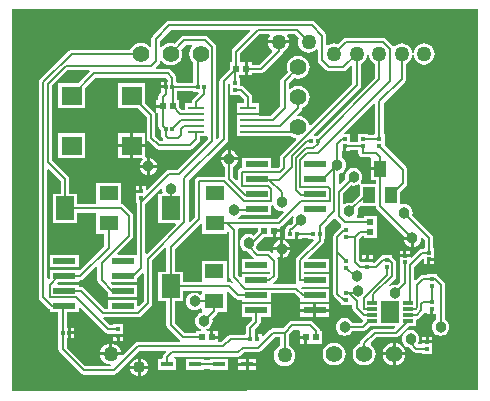
<source format=gtl>
G04 Layer_Physical_Order=1*
G04 Layer_Color=255*
%FSLAX24Y24*%
%MOIN*%
G70*
G01*
G75*
%ADD10R,0.0409X0.0181*%
%ADD11R,0.0213X0.0236*%
%ADD12R,0.0142X0.0134*%
%ADD13R,0.0134X0.0142*%
%ADD14R,0.0780X0.0210*%
%ADD15R,0.0394X0.0551*%
%ADD16R,0.0630X0.0787*%
%ADD17R,0.0630X0.0512*%
%ADD18R,0.0630X0.0740*%
%ADD19R,0.0320X0.0120*%
%ADD20R,0.0236X0.0213*%
%ADD21R,0.0520X0.0110*%
%ADD22R,0.0708X0.0629*%
%ADD23C,0.0080*%
%ADD24C,0.0500*%
%ADD25C,0.0550*%
%ADD26C,0.0380*%
%ADD27C,0.0400*%
G36*
X0Y50D02*
X-15515Y0D01*
X-15550Y35D01*
Y12750D01*
X0D01*
Y50D01*
D02*
G37*
%LPC*%
G36*
X-7750Y1091D02*
X-8005D01*
Y950D01*
X-7750D01*
Y1091D01*
D02*
G37*
G36*
X-8332D02*
X-8942D01*
Y1043D01*
X-9127D01*
Y1091D01*
X-9736D01*
Y709D01*
X-9127D01*
Y757D01*
X-8942D01*
Y709D01*
X-8332D01*
Y1091D01*
D02*
G37*
G36*
X-7395D02*
X-7650D01*
Y950D01*
X-7395D01*
Y1091D01*
D02*
G37*
G36*
X-4800Y1628D02*
X-4898Y1615D01*
X-4989Y1578D01*
X-5067Y1517D01*
X-5128Y1439D01*
X-5165Y1348D01*
X-5178Y1250D01*
X-5165Y1152D01*
X-5128Y1061D01*
X-5067Y983D01*
X-4989Y922D01*
X-4898Y885D01*
X-4800Y872D01*
X-4702Y885D01*
X-4611Y922D01*
X-4533Y983D01*
X-4472Y1061D01*
X-4435Y1152D01*
X-4422Y1250D01*
X-4435Y1348D01*
X-4472Y1439D01*
X-4533Y1517D01*
X-4611Y1578D01*
X-4702Y1615D01*
X-4800Y1628D01*
D02*
G37*
G36*
X-2850Y1200D02*
X-3172D01*
X-3165Y1152D01*
X-3128Y1061D01*
X-3067Y983D01*
X-2989Y922D01*
X-2898Y885D01*
X-2850Y878D01*
Y1200D01*
D02*
G37*
G36*
X-2428D02*
X-2750D01*
Y878D01*
X-2702Y885D01*
X-2611Y922D01*
X-2533Y983D01*
X-2472Y1061D01*
X-2435Y1152D01*
X-2428Y1200D01*
D02*
G37*
G36*
X-1529Y1817D02*
X-1650D01*
Y1700D01*
X-1529D01*
Y1817D01*
D02*
G37*
G36*
X-2850Y1622D02*
X-2898Y1615D01*
X-2989Y1578D01*
X-3067Y1517D01*
X-3128Y1439D01*
X-3165Y1348D01*
X-3172Y1300D01*
X-2850D01*
Y1622D01*
D02*
G37*
G36*
X-5789Y1750D02*
X-5945D01*
Y1582D01*
X-5789D01*
Y1750D01*
D02*
G37*
G36*
X-2750Y1622D02*
Y1300D01*
X-2428D01*
X-2435Y1348D01*
X-2472Y1439D01*
X-2533Y1517D01*
X-2611Y1578D01*
X-2702Y1615D01*
X-2750Y1622D01*
D02*
G37*
G36*
X-2250Y2042D02*
X-2326Y2033D01*
X-2396Y2003D01*
X-2457Y1957D01*
X-2503Y1896D01*
X-2533Y1826D01*
X-2542Y1750D01*
X-2533Y1674D01*
X-2503Y1604D01*
X-2457Y1543D01*
X-2396Y1497D01*
X-2326Y1467D01*
X-2318Y1467D01*
X-2180Y1329D01*
X-2180Y1329D01*
X-2134Y1298D01*
X-2080Y1287D01*
X-2080Y1287D01*
X-1871D01*
Y1263D01*
X-1529D01*
Y1483D01*
Y1600D01*
X-1700D01*
X-1871D01*
Y1572D01*
X-1958D01*
X-1967Y1579D01*
X-1989Y1622D01*
X-1967Y1674D01*
X-1957Y1750D01*
X-1967Y1826D01*
X-1997Y1896D01*
X-2043Y1957D01*
X-2104Y2003D01*
X-2174Y2033D01*
X-2250Y2042D01*
D02*
G37*
G36*
X-1472Y4350D02*
X-1593D01*
Y4233D01*
X-1472D01*
Y4350D01*
D02*
G37*
G36*
X-1750Y1817D02*
X-1871D01*
Y1700D01*
X-1750D01*
Y1817D01*
D02*
G37*
G36*
X-11250Y1096D02*
Y850D01*
X-11004D01*
X-11008Y878D01*
X-11038Y951D01*
X-11086Y1014D01*
X-11149Y1062D01*
X-11222Y1092D01*
X-11250Y1096D01*
D02*
G37*
G36*
X-4963Y2905D02*
X-5403D01*
Y2750D01*
X-4963D01*
Y2905D01*
D02*
G37*
G36*
X-11350Y750D02*
X-11596D01*
X-11592Y722D01*
X-11562Y649D01*
X-11514Y586D01*
X-11451Y538D01*
X-11378Y508D01*
X-11350Y504D01*
Y750D01*
D02*
G37*
G36*
X-5503Y2650D02*
X-5943D01*
Y2495D01*
X-5503D01*
Y2650D01*
D02*
G37*
G36*
X-4963D02*
X-5403D01*
Y2495D01*
X-4963D01*
Y2650D01*
D02*
G37*
G36*
X-5503Y2905D02*
X-5943D01*
Y2750D01*
X-5503D01*
Y2905D01*
D02*
G37*
G36*
X-8668Y2018D02*
X-8824D01*
Y1850D01*
X-8668D01*
Y2018D01*
D02*
G37*
G36*
X-7395Y850D02*
X-7650D01*
Y709D01*
X-7395D01*
Y850D01*
D02*
G37*
G36*
X-11350Y1096D02*
X-11378Y1092D01*
X-11451Y1062D01*
X-11514Y1014D01*
X-11562Y951D01*
X-11592Y878D01*
X-11596Y850D01*
X-11350D01*
Y1096D01*
D02*
G37*
G36*
X-7750Y850D02*
X-8005D01*
Y709D01*
X-7750D01*
Y850D01*
D02*
G37*
G36*
X-5550Y12343D02*
X-5550Y12343D01*
X-10300D01*
X-10300Y12343D01*
X-10355Y12332D01*
X-10401Y12301D01*
X-10401Y12301D01*
X-10851Y11851D01*
X-10882Y11805D01*
X-10893Y11750D01*
X-10893Y11750D01*
Y11483D01*
X-10943Y11466D01*
X-10983Y11517D01*
X-11061Y11578D01*
X-11152Y11615D01*
X-11250Y11628D01*
X-11348Y11615D01*
X-11439Y11578D01*
X-11517Y11517D01*
X-11578Y11439D01*
X-11597Y11393D01*
X-13550D01*
X-13550Y11393D01*
X-13605Y11382D01*
X-13651Y11351D01*
X-13651Y11351D01*
X-14601Y10401D01*
X-14632Y10355D01*
X-14643Y10300D01*
X-14643Y10300D01*
Y3150D01*
X-14643Y3150D01*
X-14632Y3095D01*
X-14601Y3049D01*
X-14301Y2749D01*
X-14301Y2749D01*
X-14283Y2737D01*
Y2645D01*
X-13993D01*
Y2121D01*
X-14017D01*
Y1779D01*
X-13993D01*
Y1400D01*
X-13993Y1400D01*
X-13982Y1345D01*
X-13951Y1299D01*
X-13251Y599D01*
X-13251Y599D01*
X-13205Y568D01*
X-13150Y557D01*
X-12150D01*
X-12150Y557D01*
X-12095Y568D01*
X-12049Y599D01*
X-11291Y1357D01*
X-10410D01*
X-10391Y1311D01*
X-10469Y1232D01*
X-10500Y1186D01*
X-10511Y1132D01*
X-10539Y1091D01*
X-10673D01*
Y709D01*
X-10064D01*
Y1091D01*
X-10104D01*
X-10129Y1141D01*
X-10117Y1157D01*
X-8000D01*
X-8000Y1157D01*
X-7945Y1168D01*
X-7899Y1199D01*
X-7791Y1307D01*
X-7349D01*
X-7349Y1307D01*
X-7294Y1318D01*
X-7248Y1349D01*
X-6780Y1817D01*
X-6593D01*
Y1520D01*
X-6627Y1506D01*
X-6700Y1450D01*
X-6756Y1377D01*
X-6791Y1291D01*
X-6803Y1200D01*
X-6791Y1109D01*
X-6756Y1023D01*
X-6700Y950D01*
X-6627Y894D01*
X-6541Y859D01*
X-6450Y847D01*
X-6359Y859D01*
X-6273Y894D01*
X-6200Y950D01*
X-6144Y1023D01*
X-6109Y1109D01*
X-6097Y1200D01*
X-6109Y1291D01*
X-6144Y1377D01*
X-6200Y1450D01*
X-6273Y1506D01*
X-6307Y1520D01*
Y1900D01*
X-6150Y2057D01*
X-5971D01*
X-5945Y2018D01*
Y1850D01*
X-5739D01*
Y1800D01*
X-5689D01*
Y1582D01*
X-5194D01*
Y2018D01*
X-5261D01*
X-5268Y2055D01*
X-5299Y2101D01*
X-5299Y2101D01*
X-5499Y2301D01*
X-5545Y2332D01*
X-5600Y2343D01*
X-5600Y2343D01*
X-6210D01*
X-6210Y2343D01*
X-6264Y2332D01*
X-6310Y2301D01*
X-6310Y2301D01*
X-6509Y2102D01*
X-6839D01*
X-6839Y2102D01*
X-6894Y2091D01*
X-6940Y2060D01*
X-6940Y2060D01*
X-7160Y1841D01*
X-7206Y1860D01*
Y1921D01*
X-7323D01*
Y1750D01*
X-7423D01*
Y1921D01*
X-7451D01*
Y2061D01*
X-7292Y2219D01*
X-7292Y2219D01*
X-7261Y2265D01*
X-7251Y2320D01*
X-7251Y2320D01*
Y2495D01*
X-6903D01*
Y2905D01*
X-7883D01*
Y2495D01*
X-7536D01*
Y2379D01*
X-7694Y2221D01*
X-7725Y2175D01*
X-7736Y2120D01*
X-7736Y2120D01*
Y1921D01*
X-7760D01*
Y1893D01*
X-8250D01*
X-8305Y1882D01*
X-8351Y1851D01*
X-8351Y1851D01*
X-8559Y1643D01*
X-8668D01*
Y1750D01*
X-8874D01*
Y1800D01*
X-8924D01*
Y2018D01*
X-9046D01*
X-9056Y2068D01*
X-8999Y2092D01*
X-8938Y2138D01*
X-8892Y2199D01*
X-8862Y2269D01*
X-8852Y2345D01*
X-8862Y2421D01*
X-8864Y2424D01*
X-8692Y2596D01*
X-8692Y2596D01*
X-8661Y2642D01*
X-8661Y2644D01*
X-8378D01*
Y3306D01*
X-8328Y3326D01*
X-8101Y3099D01*
X-8101Y3099D01*
X-8055Y3068D01*
X-8000Y3057D01*
X-8000Y3057D01*
X-7883D01*
Y2995D01*
X-6903D01*
Y3287D01*
X-6142D01*
X-5954Y3099D01*
X-5954Y3099D01*
X-5943Y3092D01*
Y2995D01*
X-4963D01*
Y3405D01*
X-5856D01*
X-5896Y3445D01*
X-5876Y3495D01*
X-4963D01*
Y3905D01*
X-5801D01*
Y3995D01*
X-4963D01*
Y4405D01*
X-5637D01*
X-5656Y4451D01*
X-5179Y4929D01*
X-5179Y4929D01*
X-5148Y4975D01*
X-5137Y5030D01*
X-5137Y5030D01*
Y5079D01*
X-5113D01*
Y5421D01*
X-5113D01*
X-5117Y5471D01*
X-4822Y5766D01*
X-4758Y5760D01*
X-4751Y5749D01*
X-4582Y5580D01*
X-4564Y5537D01*
X-4564Y5537D01*
Y5483D01*
X-4581Y5471D01*
X-4581Y5471D01*
X-4791Y5261D01*
X-4822Y5215D01*
X-4833Y5160D01*
X-4833Y5160D01*
Y4657D01*
X-4834Y4648D01*
X-4833Y4640D01*
Y3260D01*
X-4833Y3260D01*
X-4822Y3205D01*
X-4791Y3159D01*
X-4581Y2949D01*
X-4581Y2949D01*
X-4564Y2938D01*
Y2883D01*
X-4222D01*
X-4193Y2845D01*
Y2780D01*
X-4193Y2780D01*
X-4182Y2725D01*
X-4151Y2679D01*
X-3921Y2449D01*
X-3921Y2449D01*
X-3875Y2418D01*
X-3858Y2415D01*
X-3841Y2361D01*
X-3909Y2293D01*
X-4195D01*
X-4197Y2296D01*
X-4243Y2357D01*
X-4304Y2403D01*
X-4374Y2433D01*
X-4450Y2442D01*
X-4526Y2433D01*
X-4596Y2403D01*
X-4657Y2357D01*
X-4703Y2296D01*
X-4733Y2226D01*
X-4742Y2150D01*
X-4733Y2074D01*
X-4703Y2004D01*
X-4657Y1943D01*
X-4596Y1897D01*
X-4526Y1867D01*
X-4450Y1857D01*
X-4374Y1867D01*
X-4304Y1897D01*
X-4243Y1943D01*
X-4197Y2004D01*
X-4195Y2007D01*
X-3850D01*
X-3850Y2007D01*
X-3795Y2018D01*
X-3749Y2049D01*
X-3608Y2190D01*
X-3358D01*
Y2180D01*
X-2781D01*
X-2761Y2134D01*
X-2802Y2093D01*
X-3450D01*
X-3450Y2093D01*
X-3505Y2082D01*
X-3551Y2051D01*
X-3551Y2051D01*
X-3901Y1701D01*
X-3932Y1655D01*
X-3943Y1600D01*
X-3943Y1600D01*
Y1597D01*
X-3989Y1578D01*
X-4067Y1517D01*
X-4128Y1439D01*
X-4165Y1348D01*
X-4178Y1250D01*
X-4165Y1152D01*
X-4128Y1061D01*
X-4067Y983D01*
X-3989Y922D01*
X-3898Y885D01*
X-3800Y872D01*
X-3702Y885D01*
X-3611Y922D01*
X-3533Y983D01*
X-3472Y1061D01*
X-3435Y1152D01*
X-3422Y1250D01*
X-3435Y1348D01*
X-3472Y1439D01*
X-3533Y1517D01*
X-3576Y1551D01*
X-3581Y1617D01*
X-3391Y1807D01*
X-2743D01*
X-2743Y1807D01*
X-2689Y1818D01*
X-2642Y1849D01*
X-2301Y2190D01*
X-2083D01*
Y2374D01*
X-2050Y2407D01*
X-1995Y2418D01*
X-1949Y2449D01*
X-1791Y2608D01*
X-1791Y2608D01*
X-1771Y2637D01*
X-1721Y2622D01*
Y2583D01*
X-1600D01*
Y2750D01*
X-1500D01*
Y2583D01*
X-1393D01*
Y2405D01*
X-1396Y2403D01*
X-1457Y2357D01*
X-1503Y2296D01*
X-1533Y2226D01*
X-1542Y2150D01*
X-1533Y2074D01*
X-1503Y2004D01*
X-1457Y1943D01*
X-1396Y1897D01*
X-1326Y1867D01*
X-1250Y1857D01*
X-1174Y1867D01*
X-1104Y1897D01*
X-1043Y1943D01*
X-997Y2004D01*
X-967Y2074D01*
X-957Y2150D01*
X-967Y2226D01*
X-997Y2296D01*
X-1043Y2357D01*
X-1104Y2403D01*
X-1107Y2405D01*
Y3550D01*
X-1107Y3550D01*
X-1118Y3605D01*
X-1149Y3651D01*
X-1149Y3651D01*
X-1349Y3851D01*
X-1379Y3871D01*
Y3917D01*
X-1721D01*
Y3893D01*
X-1840D01*
X-1840Y3893D01*
X-1895Y3882D01*
X-1941Y3851D01*
X-1941Y3851D01*
X-2081Y3711D01*
X-2127Y3730D01*
Y4161D01*
X-1864Y4424D01*
X-1814Y4403D01*
Y4233D01*
X-1693D01*
Y4400D01*
X-1643D01*
Y4450D01*
X-1472D01*
Y4454D01*
Y4787D01*
X-1501D01*
Y5123D01*
X-1511Y5178D01*
X-1542Y5224D01*
X-1542Y5224D01*
X-2199Y5881D01*
X-2197Y5884D01*
X-2188Y5960D01*
X-2197Y6036D01*
X-2227Y6106D01*
X-2273Y6167D01*
X-2334Y6213D01*
X-2404Y6243D01*
X-2480Y6252D01*
X-2553Y6243D01*
X-2566Y6243D01*
X-2603Y6268D01*
Y6645D01*
X-2399Y6849D01*
X-2399Y6849D01*
X-2368Y6895D01*
X-2357Y6950D01*
Y7386D01*
X-2357Y7386D01*
X-2368Y7441D01*
X-2399Y7487D01*
X-2399Y7487D01*
X-3122Y8211D01*
Y8567D01*
X-3151D01*
Y9621D01*
X-2449Y10322D01*
X-2418Y10369D01*
X-2407Y10423D01*
X-2407Y10423D01*
Y10930D01*
X-2373Y10944D01*
X-2300Y11000D01*
X-2244Y11073D01*
X-2209Y11159D01*
X-2200Y11225D01*
X-2200Y11225D01*
X-2150D01*
X-2150Y11225D01*
X-2141Y11159D01*
X-2106Y11073D01*
X-2050Y11000D01*
X-1977Y10944D01*
X-1891Y10909D01*
X-1800Y10897D01*
X-1709Y10909D01*
X-1623Y10944D01*
X-1550Y11000D01*
X-1494Y11073D01*
X-1459Y11159D01*
X-1447Y11250D01*
X-1459Y11341D01*
X-1494Y11427D01*
X-1550Y11500D01*
X-1623Y11556D01*
X-1709Y11591D01*
X-1800Y11603D01*
X-1891Y11591D01*
X-1977Y11556D01*
X-2050Y11500D01*
X-2106Y11427D01*
X-2141Y11341D01*
X-2150Y11275D01*
X-2150Y11275D01*
X-2200D01*
X-2200Y11275D01*
X-2209Y11341D01*
X-2244Y11427D01*
X-2300Y11500D01*
X-2373Y11556D01*
X-2459Y11591D01*
X-2550Y11603D01*
X-2641Y11591D01*
X-2727Y11556D01*
X-2779Y11516D01*
X-2836Y11519D01*
X-2844Y11524D01*
X-2849Y11531D01*
X-3069Y11751D01*
X-3115Y11782D01*
X-3170Y11793D01*
X-3170Y11793D01*
X-4400D01*
X-4455Y11782D01*
X-4501Y11751D01*
X-4501Y11751D01*
X-4675Y11577D01*
X-4709Y11591D01*
X-4800Y11603D01*
X-4891Y11591D01*
X-4977Y11556D01*
X-5007Y11532D01*
X-5057Y11557D01*
Y11850D01*
X-5057Y11850D01*
X-5068Y11905D01*
X-5099Y11951D01*
X-5099Y11951D01*
X-5449Y12301D01*
X-5495Y12332D01*
X-5550Y12343D01*
D02*
G37*
G36*
X-11004Y750D02*
X-11250D01*
Y504D01*
X-11222Y508D01*
X-11149Y538D01*
X-11086Y586D01*
X-11038Y649D01*
X-11008Y722D01*
X-11004Y750D01*
D02*
G37*
%LPD*%
G36*
X-10393Y4775D02*
Y3994D01*
X-10665D01*
Y3006D01*
X-10393D01*
Y2210D01*
X-10393Y2210D01*
X-10382Y2155D01*
X-10351Y2109D01*
X-9941Y1699D01*
X-9941Y1699D01*
X-9931Y1693D01*
X-9947Y1643D01*
X-11350D01*
X-11350Y1643D01*
X-11405Y1632D01*
X-11451Y1601D01*
X-11451Y1601D01*
X-11853Y1199D01*
X-11856Y1200D01*
X-12596D01*
X-12591Y1159D01*
X-12556Y1073D01*
X-12500Y1000D01*
X-12427Y944D01*
X-12341Y909D01*
X-12272Y900D01*
X-12246Y855D01*
X-12246Y848D01*
X-12249Y843D01*
X-13091D01*
X-13707Y1459D01*
Y1779D01*
X-13680D01*
Y1950D01*
Y2121D01*
X-13707D01*
Y2645D01*
X-13303D01*
Y2766D01*
X-13257Y2785D01*
X-12441Y1970D01*
X-12441Y1970D01*
X-12395Y1939D01*
X-12340Y1928D01*
X-12340Y1928D01*
X-12171D01*
Y1900D01*
X-12000D01*
X-11829D01*
Y1904D01*
Y2237D01*
X-12171D01*
Y2213D01*
X-12281D01*
X-12495Y2427D01*
X-12475Y2477D01*
X-11340D01*
X-11340Y2477D01*
X-11285Y2488D01*
X-11239Y2519D01*
X-10909Y2849D01*
X-10909Y2849D01*
X-10878Y2895D01*
X-10867Y2950D01*
Y4371D01*
X-10443Y4795D01*
X-10393Y4775D01*
D02*
G37*
G36*
X-6152Y5826D02*
X-6173Y5776D01*
X-6183Y5700D01*
X-6173Y5624D01*
X-6171Y5621D01*
X-6249Y5543D01*
X-6270D01*
X-6325Y5532D01*
X-6371Y5501D01*
X-6402Y5455D01*
X-6409Y5421D01*
X-6437D01*
Y5079D01*
X-6100D01*
Y5250D01*
X-6000D01*
Y5079D01*
X-5883D01*
Y5107D01*
X-5667D01*
Y5079D01*
X-5498D01*
X-5478Y5033D01*
X-6044Y4467D01*
X-6075Y4421D01*
X-6086Y4366D01*
X-6086Y4366D01*
Y3700D01*
X-6075Y3645D01*
X-6057Y3619D01*
X-6078Y3581D01*
X-6087Y3573D01*
X-6815D01*
X-6835Y3623D01*
X-6699Y3759D01*
X-6699Y3759D01*
X-6668Y3805D01*
X-6657Y3860D01*
X-6657Y3860D01*
Y4350D01*
X-6657Y4350D01*
X-6668Y4405D01*
X-6692Y4441D01*
X-6670Y4476D01*
X-6662Y4483D01*
X-6626Y4467D01*
X-6600Y4464D01*
Y4700D01*
X-6836D01*
X-6833Y4674D01*
X-6819Y4642D01*
X-6861Y4613D01*
X-6899Y4651D01*
X-6945Y4682D01*
X-7000Y4693D01*
X-7000Y4693D01*
X-7302D01*
X-7404Y4794D01*
X-7397Y4804D01*
X-7367Y4874D01*
X-7361Y4926D01*
X-7155Y5132D01*
X-6850D01*
Y5350D01*
X-6800D01*
Y5400D01*
X-6594D01*
Y5469D01*
X-6549Y5499D01*
X-6194Y5854D01*
X-6152Y5826D01*
D02*
G37*
G36*
X-9208Y3356D02*
X-9208Y3239D01*
X-9258Y3218D01*
X-9304Y3253D01*
X-9374Y3283D01*
X-9450Y3293D01*
X-9526Y3283D01*
X-9596Y3253D01*
X-9657Y3207D01*
X-9703Y3146D01*
X-9733Y3076D01*
X-9743Y3000D01*
X-9733Y2924D01*
X-9703Y2854D01*
X-9657Y2793D01*
X-9596Y2747D01*
X-9526Y2717D01*
X-9450Y2707D01*
X-9374Y2717D01*
X-9304Y2747D01*
X-9258Y2782D01*
X-9208Y2761D01*
Y2644D01*
X-9247Y2617D01*
X-9291Y2598D01*
X-9352Y2552D01*
X-9398Y2491D01*
X-9428Y2421D01*
X-9438Y2345D01*
X-9428Y2269D01*
X-9398Y2199D01*
X-9352Y2138D01*
X-9291Y2092D01*
X-9234Y2068D01*
X-9244Y2018D01*
X-9419D01*
Y1943D01*
X-9781D01*
X-10107Y2269D01*
Y3006D01*
X-9835D01*
Y3357D01*
X-9258D01*
X-9208Y3356D01*
D02*
G37*
G36*
X-12693Y4150D02*
Y3700D01*
X-12693Y3700D01*
X-12682Y3645D01*
X-12651Y3599D01*
X-12343Y3291D01*
Y3145D01*
X-11363D01*
Y3555D01*
X-12203D01*
X-12247Y3599D01*
X-12228Y3645D01*
X-11363D01*
Y3785D01*
X-11199Y3949D01*
X-11153Y3930D01*
Y3009D01*
X-11317Y2845D01*
X-11363Y2864D01*
Y3055D01*
X-12343D01*
Y2763D01*
X-12451D01*
X-13139Y3451D01*
X-13185Y3482D01*
X-13240Y3493D01*
X-13240Y3493D01*
X-13303D01*
Y3555D01*
X-14021D01*
X-14040Y3601D01*
X-13996Y3645D01*
X-13303D01*
Y3688D01*
X-13260Y3707D01*
X-13205Y3718D01*
X-13159Y3749D01*
X-12739Y4169D01*
X-12693Y4150D01*
D02*
G37*
G36*
X-13914Y7013D02*
Y6594D01*
X-14187D01*
Y5606D01*
X-13357D01*
Y5957D01*
X-12779D01*
X-12730Y5956D01*
Y5244D01*
X-12458D01*
Y4854D01*
X-13270Y4041D01*
X-13303Y4055D01*
Y4055D01*
X-14283D01*
Y3772D01*
X-14308Y3752D01*
X-14357Y3775D01*
Y7390D01*
X-14311Y7409D01*
X-13914Y7013D01*
D02*
G37*
G36*
X-9202Y5581D02*
Y5244D01*
X-8372D01*
Y5324D01*
X-8325Y5344D01*
X-8293Y5311D01*
Y3820D01*
X-8293Y3820D01*
X-8282Y3765D01*
X-8251Y3719D01*
X-8181Y3649D01*
X-8212Y3610D01*
X-8245Y3632D01*
X-8300Y3643D01*
X-8300Y3643D01*
X-8329D01*
X-8378Y3644D01*
X-8378Y3693D01*
Y4356D01*
X-9208D01*
X-9208Y3644D01*
X-9258Y3643D01*
X-9835D01*
Y3994D01*
X-10107D01*
Y4741D01*
X-9248Y5600D01*
X-9202Y5581D01*
D02*
G37*
G36*
X-3641Y11159D02*
X-3606Y11073D01*
X-3550Y11000D01*
X-3477Y10944D01*
X-3443Y10930D01*
Y10459D01*
X-5381Y8521D01*
X-5462D01*
X-5481Y8567D01*
X-3949Y10099D01*
X-3918Y10145D01*
X-3907Y10200D01*
X-3907Y10200D01*
Y10930D01*
X-3873Y10944D01*
X-3800Y11000D01*
X-3744Y11073D01*
X-3709Y11159D01*
X-3700Y11225D01*
X-3650D01*
X-3641Y11159D01*
D02*
G37*
G36*
X-3436Y9597D02*
Y8567D01*
X-3464D01*
Y8543D01*
X-3679D01*
Y8567D01*
X-4021D01*
Y8322D01*
X-4279D01*
Y8567D01*
X-4466D01*
X-4485Y8613D01*
X-3482Y9616D01*
X-3436Y9597D01*
D02*
G37*
G36*
X-4400Y8013D02*
X-4279D01*
Y8037D01*
X-4021D01*
Y8013D01*
X-3993D01*
Y7950D01*
X-3982Y7895D01*
X-3951Y7849D01*
X-3905Y7818D01*
X-3850Y7807D01*
X-3614D01*
X-3571Y7792D01*
Y7466D01*
X-3274D01*
Y7366D01*
X-3571D01*
Y7041D01*
X-3417D01*
Y6926D01*
X-3894D01*
X-3918Y6976D01*
X-3897Y7004D01*
X-3867Y7074D01*
X-3857Y7150D01*
X-3867Y7226D01*
X-3897Y7296D01*
X-3943Y7357D01*
X-4004Y7403D01*
X-4074Y7433D01*
X-4150Y7442D01*
X-4226Y7433D01*
X-4296Y7403D01*
X-4357Y7357D01*
X-4403Y7296D01*
X-4433Y7226D01*
X-4442Y7150D01*
X-4433Y7074D01*
X-4431Y7071D01*
X-4601Y6901D01*
X-4647Y6920D01*
Y7263D01*
X-4614Y7267D01*
X-4544Y7297D01*
X-4483Y7343D01*
X-4437Y7404D01*
X-4407Y7474D01*
X-4397Y7550D01*
X-4407Y7626D01*
X-4437Y7696D01*
X-4483Y7757D01*
X-4544Y7803D01*
X-4547Y7805D01*
Y8013D01*
X-4500D01*
Y8180D01*
X-4400D01*
Y8013D01*
D02*
G37*
G36*
X-7591Y12011D02*
X-8170Y11432D01*
X-8201Y11385D01*
X-8212Y11331D01*
X-8212Y11331D01*
Y10968D01*
X-8276D01*
Y10746D01*
X-8581Y10440D01*
X-8612Y10394D01*
X-8623Y10339D01*
X-8623Y10339D01*
Y8469D01*
X-8681Y8411D01*
X-8727Y8430D01*
Y11470D01*
X-8727Y11470D01*
X-8738Y11525D01*
X-8769Y11571D01*
X-8769Y11571D01*
X-8999Y11801D01*
X-9045Y11832D01*
X-9100Y11843D01*
X-9100Y11843D01*
X-9800D01*
X-9800Y11843D01*
X-9855Y11832D01*
X-9901Y11801D01*
X-9901Y11801D01*
X-10106Y11596D01*
X-10152Y11615D01*
X-10250Y11628D01*
X-10348Y11615D01*
X-10439Y11578D01*
X-10517Y11517D01*
X-10557Y11466D01*
X-10607Y11483D01*
Y11691D01*
X-10241Y12057D01*
X-7610D01*
X-7591Y12011D01*
D02*
G37*
G36*
X-9525Y11507D02*
X-9578Y11439D01*
X-9615Y11348D01*
X-9628Y11250D01*
X-9615Y11152D01*
X-9578Y11061D01*
X-9517Y10983D01*
X-9493Y10964D01*
Y10321D01*
X-9517D01*
Y10293D01*
X-10033D01*
Y10321D01*
X-10057D01*
Y10450D01*
X-10057Y10450D01*
X-10068Y10505D01*
X-10099Y10551D01*
X-10249Y10701D01*
X-10295Y10732D01*
X-10350Y10743D01*
X-10350Y10743D01*
X-10735D01*
X-10755Y10793D01*
X-10649Y10899D01*
X-10618Y10945D01*
X-10607Y11000D01*
X-10607Y11000D01*
Y11017D01*
X-10557Y11034D01*
X-10517Y10983D01*
X-10439Y10922D01*
X-10348Y10885D01*
X-10250Y10872D01*
X-10152Y10885D01*
X-10061Y10922D01*
X-9983Y10983D01*
X-9922Y11061D01*
X-9885Y11152D01*
X-9872Y11250D01*
X-9885Y11348D01*
X-9904Y11394D01*
X-9741Y11557D01*
X-9541D01*
X-9525Y11507D01*
D02*
G37*
G36*
X-5977Y11775D02*
X-5991Y11741D01*
X-6003Y11650D01*
X-5991Y11559D01*
X-5956Y11473D01*
X-5900Y11400D01*
X-5827Y11344D01*
X-5741Y11309D01*
X-5650Y11297D01*
X-5559Y11309D01*
X-5473Y11344D01*
X-5400Y11400D01*
X-5393Y11410D01*
X-5343Y11393D01*
Y11050D01*
X-5343Y11050D01*
X-5332Y10995D01*
X-5301Y10949D01*
X-5061Y10709D01*
X-5061Y10709D01*
X-5015Y10678D01*
X-4960Y10667D01*
X-4490D01*
X-4490Y10667D01*
X-4435Y10678D01*
X-4389Y10709D01*
X-4239Y10859D01*
X-4193Y10840D01*
Y10259D01*
X-5585Y8867D01*
X-5633Y8883D01*
X-5635Y8898D01*
X-5672Y8989D01*
X-5733Y9067D01*
X-5811Y9128D01*
X-5902Y9165D01*
X-5999Y9178D01*
X-6011Y9193D01*
X-6026Y9223D01*
X-5899Y9349D01*
X-5899Y9349D01*
X-5868Y9395D01*
X-5857Y9450D01*
Y9453D01*
X-5811Y9472D01*
X-5733Y9533D01*
X-5672Y9611D01*
X-5635Y9702D01*
X-5622Y9800D01*
X-5635Y9898D01*
X-5672Y9989D01*
X-5733Y10067D01*
X-5811Y10128D01*
X-5902Y10165D01*
X-6000Y10178D01*
X-6098Y10165D01*
X-6189Y10128D01*
X-6257Y10075D01*
X-6307Y10091D01*
Y10291D01*
X-6144Y10454D01*
X-6098Y10435D01*
X-6000Y10422D01*
X-5902Y10435D01*
X-5811Y10472D01*
X-5733Y10533D01*
X-5672Y10611D01*
X-5635Y10702D01*
X-5622Y10800D01*
X-5635Y10898D01*
X-5672Y10989D01*
X-5733Y11067D01*
X-5811Y11128D01*
X-5902Y11165D01*
X-6000Y11178D01*
X-6098Y11165D01*
X-6189Y11128D01*
X-6267Y11067D01*
X-6328Y10989D01*
X-6365Y10898D01*
X-6378Y10800D01*
X-6365Y10702D01*
X-6346Y10656D01*
X-6551Y10451D01*
X-6582Y10405D01*
X-6593Y10350D01*
X-6593Y10350D01*
Y9509D01*
X-6909Y9193D01*
X-7308D01*
Y9205D01*
X-8028D01*
Y8895D01*
Y8501D01*
X-7308D01*
Y8514D01*
X-6243D01*
X-6189Y8472D01*
X-6098Y8435D01*
X-6083Y8433D01*
X-6067Y8385D01*
X-6145Y8307D01*
X-6146Y8306D01*
X-6146Y8306D01*
X-6561Y7891D01*
X-6592Y7845D01*
X-6603Y7790D01*
X-6603Y7790D01*
Y7519D01*
X-6679Y7443D01*
X-6890D01*
Y7785D01*
X-7870D01*
Y7443D01*
X-7873D01*
X-7928Y7432D01*
X-7974Y7401D01*
X-8005Y7355D01*
X-8016Y7300D01*
Y7057D01*
X-8062Y7038D01*
X-8157Y7133D01*
Y7495D01*
X-8154Y7497D01*
X-8093Y7543D01*
X-8047Y7604D01*
X-8017Y7674D01*
X-8014Y7700D01*
X-8586D01*
X-8583Y7674D01*
X-8553Y7604D01*
X-8507Y7543D01*
X-8446Y7497D01*
X-8443Y7495D01*
Y7169D01*
X-8474Y7143D01*
X-8474Y7143D01*
X-9300D01*
X-9355Y7132D01*
X-9401Y7101D01*
X-9432Y7055D01*
X-9443Y7000D01*
Y5809D01*
X-9597Y5655D01*
X-9647Y5675D01*
Y7041D01*
X-8379Y8309D01*
X-8379Y8309D01*
X-8348Y8355D01*
X-8337Y8410D01*
X-8337Y8410D01*
Y10255D01*
X-8321Y10267D01*
X-8271Y10242D01*
Y9883D01*
X-7935D01*
X-7810Y9759D01*
Y9599D01*
X-8028D01*
Y9289D01*
Y9289D01*
X-7308D01*
Y9599D01*
X-7525D01*
Y9818D01*
X-7525Y9818D01*
X-7536Y9872D01*
X-7567Y9919D01*
X-7567Y9919D01*
X-7799Y10151D01*
X-7845Y10182D01*
X-7900Y10193D01*
X-7929Y10229D01*
Y10437D01*
X-7957D01*
Y10532D01*
X-7781D01*
Y10750D01*
Y10968D01*
X-7927D01*
Y11272D01*
X-7291Y11907D01*
X-6957D01*
X-6932Y11857D01*
X-6956Y11827D01*
X-6991Y11741D01*
X-6996Y11700D01*
X-6304D01*
X-6309Y11741D01*
X-6344Y11827D01*
X-6368Y11857D01*
X-6343Y11907D01*
X-6109D01*
X-5977Y11775D01*
D02*
G37*
G36*
X-9517Y9979D02*
X-9338D01*
X-9319Y9933D01*
X-9501Y9751D01*
X-9532Y9705D01*
X-9543Y9650D01*
X-9543Y9650D01*
Y9599D01*
X-9760D01*
Y9390D01*
X-9868D01*
X-9974Y9496D01*
Y9718D01*
X-10038D01*
Y9979D01*
X-10033D01*
Y10007D01*
X-9517D01*
Y9979D01*
D02*
G37*
G36*
X-12945Y10657D02*
X-13337Y10265D01*
X-14004D01*
Y9435D01*
X-13096D01*
Y10102D01*
X-12741Y10457D01*
X-10409D01*
X-10343Y10391D01*
Y10321D01*
X-10370D01*
Y10150D01*
X-10420D01*
Y10100D01*
X-10587D01*
Y9979D01*
X-10587Y9979D01*
X-10587D01*
X-10612Y9940D01*
X-10620Y9932D01*
X-10651Y9885D01*
X-10662Y9831D01*
X-10662Y9831D01*
Y9718D01*
X-10726D01*
Y9550D01*
X-10519D01*
Y9450D01*
X-10726D01*
Y9282D01*
X-10662D01*
Y8849D01*
X-10662Y8849D01*
X-10651Y8794D01*
X-10620Y8748D01*
X-10587Y8715D01*
Y8579D01*
X-10563D01*
Y8520D01*
X-10563Y8520D01*
X-10552Y8466D01*
X-10521Y8420D01*
X-10495Y8393D01*
X-10515Y8343D01*
X-10591D01*
X-10757Y8509D01*
Y9200D01*
X-10757Y9200D01*
X-10768Y9255D01*
X-10799Y9301D01*
X-10799Y9301D01*
X-11096Y9598D01*
Y10265D01*
X-12004D01*
Y9435D01*
X-11337D01*
X-11043Y9141D01*
Y8450D01*
X-11043Y8450D01*
X-11032Y8395D01*
X-11001Y8349D01*
X-10751Y8099D01*
X-10751Y8099D01*
X-10705Y8068D01*
X-10650Y8057D01*
X-9600D01*
X-9600Y8057D01*
X-9545Y8068D01*
X-9499Y8099D01*
X-9299Y8299D01*
X-9299Y8299D01*
X-9268Y8345D01*
X-9257Y8400D01*
X-9257Y8400D01*
Y8501D01*
X-9040D01*
X-9013Y8463D01*
Y8409D01*
X-10029Y7393D01*
X-10300D01*
X-10300Y7393D01*
X-10355Y7382D01*
X-10401Y7351D01*
X-10401Y7351D01*
X-11026Y6726D01*
X-11072Y6745D01*
Y6837D01*
X-11193D01*
Y6670D01*
X-11243D01*
Y6620D01*
X-11414D01*
Y6504D01*
Y6283D01*
X-11386D01*
Y4555D01*
X-12018D01*
X-12037Y4601D01*
X-11549Y5089D01*
X-11549Y5089D01*
X-11518Y5135D01*
X-11507Y5190D01*
X-11507Y5190D01*
Y5850D01*
X-11518Y5905D01*
X-11549Y5951D01*
X-11549Y5951D01*
X-11799Y6201D01*
X-11845Y6232D01*
X-11854Y6234D01*
X-11900Y6244D01*
X-11900Y6293D01*
Y6956D01*
X-12730D01*
X-12730Y6244D01*
X-12779Y6243D01*
X-13357D01*
Y6594D01*
X-13629D01*
Y7072D01*
X-13629Y7072D01*
X-13640Y7126D01*
X-13671Y7173D01*
X-13671Y7173D01*
X-14207Y7709D01*
Y10193D01*
X-13693Y10707D01*
X-12965D01*
X-12945Y10657D01*
D02*
G37*
G36*
X-3945Y6879D02*
Y6557D01*
X-4221Y6281D01*
X-4224Y6283D01*
X-4300Y6292D01*
X-4376Y6283D01*
X-4446Y6253D01*
X-4457Y6245D01*
X-4507Y6270D01*
Y6591D01*
X-4229Y6869D01*
X-4226Y6867D01*
X-4150Y6858D01*
X-4074Y6867D01*
X-4004Y6897D01*
X-3995Y6903D01*
X-3945Y6879D01*
D02*
G37*
G36*
X-3417Y6174D02*
X-3406Y6119D01*
X-3375Y6073D01*
X-2481Y5179D01*
X-2483Y5176D01*
X-2486Y5150D01*
X-2200D01*
Y5100D01*
X-2150D01*
Y4814D01*
X-2124Y4817D01*
X-2054Y4847D01*
X-1993Y4893D01*
X-1947Y4954D01*
X-1917Y5024D01*
X-1908Y5100D01*
X-1910Y5117D01*
X-1862Y5141D01*
X-1786Y5064D01*
Y4787D01*
X-1814D01*
Y4763D01*
X-1870D01*
X-1924Y4752D01*
X-1970Y4721D01*
X-1970Y4721D01*
X-2232Y4460D01*
X-2253Y4470D01*
X-2450D01*
X-2621D01*
Y4354D01*
Y4133D01*
X-2593D01*
Y3659D01*
X-2701Y3551D01*
X-2704Y3553D01*
X-2780Y3562D01*
X-2856Y3553D01*
X-2926Y3523D01*
X-2959Y3561D01*
X-2769Y3751D01*
X-2769Y3751D01*
X-2738Y3797D01*
X-2727Y3852D01*
Y4280D01*
X-2738Y4335D01*
X-2769Y4381D01*
X-2769Y4381D01*
X-2859Y4471D01*
X-2872Y4480D01*
Y4537D01*
X-3214D01*
Y4506D01*
X-3234Y4502D01*
X-3280Y4471D01*
X-3280Y4471D01*
X-3459Y4293D01*
X-3522D01*
Y4320D01*
X-3693D01*
X-3903D01*
X-3914Y4316D01*
X-3957Y4359D01*
Y5091D01*
X-3879Y5169D01*
X-3818D01*
Y5105D01*
X-3382D01*
Y5444D01*
Y5856D01*
X-3818D01*
Y5793D01*
X-4030D01*
X-4055Y5843D01*
X-4047Y5854D01*
X-4017Y5924D01*
X-4008Y6000D01*
X-4017Y6076D01*
X-4019Y6079D01*
X-3924Y6174D01*
X-3464D01*
X-3417Y6174D01*
D02*
G37*
G36*
X-10534Y6744D02*
X-10526Y6684D01*
X-10509Y6644D01*
X-10542Y6594D01*
X-10658D01*
Y5606D01*
X-10101D01*
X-10082Y5560D01*
X-11054Y4588D01*
X-11101Y4607D01*
Y6248D01*
X-10582Y6766D01*
X-10534Y6744D01*
D02*
G37*
G36*
X-6824Y6205D02*
X-6803Y6154D01*
X-6757Y6093D01*
X-6696Y6047D01*
X-6626Y6017D01*
X-6550Y6008D01*
X-6510Y6013D01*
X-6486Y5965D01*
X-6709Y5743D01*
X-7993D01*
X-8003Y5793D01*
X-7994Y5797D01*
X-7933Y5843D01*
X-7916Y5865D01*
X-7870Y5875D01*
X-7870Y5875D01*
X-6890D01*
Y6197D01*
X-6835Y6208D01*
X-6824Y6205D01*
D02*
G37*
G36*
X-7345Y5346D02*
X-7494Y5196D01*
X-7504Y5203D01*
X-7574Y5233D01*
X-7650Y5242D01*
X-7726Y5233D01*
X-7796Y5203D01*
X-7857Y5157D01*
X-7903Y5096D01*
X-7933Y5026D01*
X-7943Y4950D01*
X-7933Y4874D01*
X-7903Y4804D01*
X-7857Y4743D01*
X-7796Y4697D01*
X-7726Y4667D01*
X-7674Y4661D01*
X-7468Y4455D01*
X-7472Y4431D01*
X-7486Y4405D01*
X-7883D01*
Y3995D01*
X-6943D01*
Y3919D01*
X-6957Y3905D01*
X-7883D01*
Y3821D01*
X-7929Y3801D01*
X-8007Y3879D01*
Y5370D01*
X-8007Y5370D01*
X-8015Y5407D01*
X-7984Y5457D01*
X-7345D01*
Y5346D01*
D02*
G37*
%LPC*%
G36*
X-12050Y1800D02*
X-12171D01*
Y1683D01*
X-12050D01*
Y1800D01*
D02*
G37*
G36*
X-13463Y1900D02*
X-13580D01*
Y1779D01*
X-13463D01*
Y1900D01*
D02*
G37*
G36*
X-12300Y1596D02*
X-12341Y1591D01*
X-12427Y1556D01*
X-12500Y1500D01*
X-12556Y1427D01*
X-12591Y1341D01*
X-12596Y1300D01*
X-12300D01*
Y1596D01*
D02*
G37*
G36*
X-11829Y1800D02*
X-11950D01*
Y1683D01*
X-11829D01*
Y1800D01*
D02*
G37*
G36*
X-12200Y1596D02*
Y1300D01*
X-11904D01*
X-11909Y1341D01*
X-11944Y1427D01*
X-12000Y1500D01*
X-12073Y1556D01*
X-12159Y1591D01*
X-12200Y1596D01*
D02*
G37*
G36*
X-13463Y2121D02*
X-13580D01*
Y2000D01*
X-13463D01*
Y2121D01*
D02*
G37*
G36*
X-6264Y4700D02*
X-6500D01*
Y4464D01*
X-6474Y4467D01*
X-6404Y4497D01*
X-6343Y4543D01*
X-6297Y4604D01*
X-6267Y4674D01*
X-6264Y4700D01*
D02*
G37*
G36*
X-6594Y5300D02*
X-6750D01*
Y5132D01*
X-6594D01*
Y5300D01*
D02*
G37*
G36*
X-6600Y5036D02*
X-6626Y5033D01*
X-6696Y5003D01*
X-6757Y4957D01*
X-6803Y4896D01*
X-6833Y4826D01*
X-6836Y4800D01*
X-6600D01*
Y5036D01*
D02*
G37*
G36*
X-6500D02*
Y4800D01*
X-6264D01*
X-6267Y4826D01*
X-6297Y4896D01*
X-6343Y4957D01*
X-6404Y5003D01*
X-6474Y5033D01*
X-6500Y5036D01*
D02*
G37*
G36*
X-13303Y4555D02*
X-14283D01*
Y4145D01*
X-13303D01*
Y4555D01*
D02*
G37*
G36*
X-6304Y11600D02*
X-6996D01*
X-6991Y11559D01*
X-6956Y11473D01*
X-6900Y11400D01*
X-6874Y11381D01*
X-6871Y11331D01*
X-7309Y10893D01*
X-7524D01*
Y10968D01*
X-7681D01*
Y10750D01*
Y10532D01*
X-7524D01*
Y10607D01*
X-7250D01*
X-7250Y10607D01*
X-7195Y10618D01*
X-7149Y10649D01*
X-6549Y11249D01*
X-6549Y11249D01*
X-6518Y11295D01*
X-6512Y11329D01*
X-6473Y11344D01*
X-6400Y11400D01*
X-6344Y11473D01*
X-6309Y11559D01*
X-6304Y11600D01*
D02*
G37*
G36*
X-8350Y8036D02*
X-8376Y8033D01*
X-8446Y8003D01*
X-8507Y7957D01*
X-8553Y7896D01*
X-8583Y7826D01*
X-8586Y7800D01*
X-8350D01*
Y8036D01*
D02*
G37*
G36*
X-8250D02*
Y7800D01*
X-8014D01*
X-8017Y7826D01*
X-8047Y7896D01*
X-8093Y7957D01*
X-8154Y8003D01*
X-8224Y8033D01*
X-8250Y8036D01*
D02*
G37*
G36*
X-10950Y7786D02*
Y7550D01*
X-10714D01*
X-10717Y7576D01*
X-10747Y7646D01*
X-10793Y7707D01*
X-10854Y7753D01*
X-10924Y7783D01*
X-10950Y7786D01*
D02*
G37*
G36*
X-13096Y8612D02*
X-14004D01*
Y7782D01*
X-13096D01*
Y8612D01*
D02*
G37*
G36*
X-11600Y8147D02*
X-12004D01*
Y7782D01*
X-11600D01*
Y8147D01*
D02*
G37*
G36*
X-11050Y7450D02*
X-11286D01*
X-11283Y7424D01*
X-11253Y7354D01*
X-11207Y7293D01*
X-11146Y7247D01*
X-11076Y7217D01*
X-11050Y7214D01*
Y7450D01*
D02*
G37*
G36*
X-10714D02*
X-10950D01*
Y7214D01*
X-10924Y7217D01*
X-10854Y7247D01*
X-10793Y7293D01*
X-10747Y7354D01*
X-10717Y7424D01*
X-10714Y7450D01*
D02*
G37*
G36*
X-11096Y8147D02*
X-11500D01*
Y7782D01*
X-11190D01*
X-11173Y7732D01*
X-11207Y7707D01*
X-11253Y7646D01*
X-11283Y7576D01*
X-11286Y7550D01*
X-11050D01*
Y7789D01*
X-11093Y7822D01*
X-11096Y7828D01*
Y8147D01*
D02*
G37*
G36*
Y8612D02*
X-11500D01*
Y8247D01*
X-11096D01*
Y8612D01*
D02*
G37*
G36*
X-10470Y10321D02*
X-10587D01*
Y10200D01*
X-10470D01*
Y10321D01*
D02*
G37*
G36*
X-11600Y8612D02*
X-12004D01*
Y8247D01*
X-11600D01*
Y8612D01*
D02*
G37*
G36*
X-11293Y6837D02*
X-11414D01*
Y6720D01*
X-11293D01*
Y6837D01*
D02*
G37*
G36*
X-3522Y4537D02*
X-3643D01*
Y4420D01*
X-3522D01*
Y4537D01*
D02*
G37*
G36*
X-2500Y4687D02*
X-2621D01*
Y4570D01*
X-2500D01*
Y4687D01*
D02*
G37*
G36*
X-3743Y4537D02*
X-3864D01*
Y4420D01*
X-3743D01*
Y4537D01*
D02*
G37*
G36*
X-2250Y5050D02*
X-2486D01*
X-2483Y5024D01*
X-2453Y4954D01*
X-2407Y4893D01*
X-2346Y4847D01*
X-2276Y4817D01*
X-2250Y4814D01*
Y5050D01*
D02*
G37*
G36*
X-2279Y4687D02*
X-2400D01*
Y4570D01*
X-2279D01*
Y4687D01*
D02*
G37*
%LPD*%
D10*
X-8637Y900D02*
D03*
X-7700D02*
D03*
X-9431D02*
D03*
X-10368D02*
D03*
D11*
X-5400Y1800D02*
D03*
X-5739D02*
D03*
X-9213D02*
D03*
X-8874D02*
D03*
X-10519Y9500D02*
D03*
X-10181D02*
D03*
X-7139Y5350D02*
D03*
X-6800D02*
D03*
X-7731Y10750D02*
D03*
X-8069D02*
D03*
D12*
X-1550Y2750D02*
D03*
Y2970D02*
D03*
X-3693Y4150D02*
D03*
Y4370D02*
D03*
X-2450Y4520D02*
D03*
Y4300D02*
D03*
X-4393Y3050D02*
D03*
Y3270D02*
D03*
X-1550Y3530D02*
D03*
Y3750D02*
D03*
X-3043Y4370D02*
D03*
Y4150D02*
D03*
X-4393Y5370D02*
D03*
Y5150D02*
D03*
Y4130D02*
D03*
Y4350D02*
D03*
X-12000Y2070D02*
D03*
Y1850D02*
D03*
X-3850Y8400D02*
D03*
Y8180D02*
D03*
X-3293D02*
D03*
Y8400D02*
D03*
X-11243Y6450D02*
D03*
Y6670D02*
D03*
X-4450Y8400D02*
D03*
Y8180D02*
D03*
X-1700Y1650D02*
D03*
Y1430D02*
D03*
X-1643Y4400D02*
D03*
Y4620D02*
D03*
X-8100Y10270D02*
D03*
Y10050D02*
D03*
D13*
X-13630Y1950D02*
D03*
X-13850D02*
D03*
X-6050Y5250D02*
D03*
X-6270D02*
D03*
X-9350Y10150D02*
D03*
X-9130D02*
D03*
X-5350Y8350D02*
D03*
X-5570D02*
D03*
X-10420Y10150D02*
D03*
X-10200D02*
D03*
X-7373Y1750D02*
D03*
X-7593D02*
D03*
X-10420Y8750D02*
D03*
X-10200D02*
D03*
X-5500Y5250D02*
D03*
X-5280D02*
D03*
D14*
X-13793Y4350D02*
D03*
Y3850D02*
D03*
Y3350D02*
D03*
Y2850D02*
D03*
X-11853D02*
D03*
Y3350D02*
D03*
Y3850D02*
D03*
Y4350D02*
D03*
X-7393Y4200D02*
D03*
Y3700D02*
D03*
Y3200D02*
D03*
Y2700D02*
D03*
X-5453D02*
D03*
Y3200D02*
D03*
Y3700D02*
D03*
Y4200D02*
D03*
X-7380Y7580D02*
D03*
Y7080D02*
D03*
Y6580D02*
D03*
Y6080D02*
D03*
X-5440D02*
D03*
Y6580D02*
D03*
Y7080D02*
D03*
Y7580D02*
D03*
D15*
X-3274Y7416D02*
D03*
X-2900Y6550D02*
D03*
X-3648D02*
D03*
D16*
X-13772Y6100D02*
D03*
X-10243D02*
D03*
X-10250Y3500D02*
D03*
D17*
X-12315Y6600D02*
D03*
Y5600D02*
D03*
X-8787Y6600D02*
D03*
Y5600D02*
D03*
X-8793Y4000D02*
D03*
Y3000D02*
D03*
D18*
X-2943Y2650D02*
D03*
D19*
X-2343Y2950D02*
D03*
Y2750D02*
D03*
Y2550D02*
D03*
Y2350D02*
D03*
X-3543D02*
D03*
Y2550D02*
D03*
Y2750D02*
D03*
Y2950D02*
D03*
D20*
X-3600Y5650D02*
D03*
Y5311D02*
D03*
D21*
X-9400Y9444D02*
D03*
Y9247D02*
D03*
Y9050D02*
D03*
Y8853D02*
D03*
Y8656D02*
D03*
X-7668D02*
D03*
Y8853D02*
D03*
Y9050D02*
D03*
Y9247D02*
D03*
Y9444D02*
D03*
D22*
X-13550Y8197D02*
D03*
X-11550Y9850D02*
D03*
Y8197D02*
D03*
X-13550Y9850D02*
D03*
D23*
X-13150Y700D02*
X-12150D01*
X-13850Y1400D02*
X-13150Y700D01*
X-13850Y1400D02*
Y1950D01*
X-12150Y700D02*
X-11350Y1500D01*
X-8500D01*
X-7349Y1450D02*
X-6839Y1960D01*
X-7850Y1450D02*
X-7349D01*
X-6839Y1960D02*
X-6450D01*
X-9431Y900D02*
X-8637D01*
X-8000Y1300D02*
X-7850Y1450D01*
X-10200Y1300D02*
X-8000D01*
X-10368Y1132D02*
X-10200Y1300D01*
X-10368Y900D02*
Y1132D01*
X-8250Y1750D02*
X-7593D01*
X-8500Y1500D02*
X-8250Y1750D01*
X-6050Y5250D02*
X-5500D01*
X-7393Y2320D02*
Y2700D01*
X-4690Y5160D02*
X-4480Y5370D01*
X-10250Y2210D02*
Y3500D01*
X-6640Y7050D02*
X-6213Y7477D01*
X-5918Y6550D02*
X-5443D01*
X-6073Y6705D02*
X-5918Y6550D01*
X-5280Y5250D02*
Y5510D01*
X-5943Y4366D02*
X-5280Y5030D01*
X-5943Y3700D02*
Y4366D01*
X-7760Y3430D02*
X-6083D01*
X-5853Y3200D01*
X-4480Y5370D02*
X-4393D01*
X-2870Y3852D02*
Y4280D01*
X-3490Y3232D02*
X-2870Y3852D01*
X-3543Y2950D02*
X-3490D01*
X-2343D02*
X-2270D01*
X-6270Y5250D02*
Y5400D01*
X-8140Y6050D02*
X-7383D01*
X-12315Y4795D02*
Y5600D01*
X-13260Y3850D02*
X-12315Y4795D01*
X-10243Y6100D02*
Y6760D01*
X-4050Y2780D02*
X-3820Y2550D01*
X-3543D01*
X-2032Y2798D02*
Y3558D01*
X-2080Y2750D02*
X-2032Y2798D01*
X-6270Y5400D02*
X-6190D01*
X-10250Y3500D02*
Y4800D01*
X-7873Y6845D02*
Y7300D01*
X-6620D01*
X-6460Y7460D01*
X-13793Y3350D02*
X-13240D01*
X-12510Y2620D01*
X-11340D01*
X-11010Y2950D01*
Y4430D01*
X-9790Y5650D02*
Y7100D01*
X-8480Y8410D01*
Y10339D01*
X-14200Y2850D02*
X-13793D01*
X-7393Y3700D02*
X-6960D01*
X-8793Y2697D02*
Y3000D01*
X-9145Y2345D02*
X-8793Y2697D01*
X-4393Y5150D02*
X-4100D01*
X-3810Y2750D02*
X-3543D01*
X-14283Y3140D02*
X-13410D01*
X-14283D02*
Y3560D01*
X-13993Y3850D01*
X-13793D01*
X-8787Y5600D02*
X-8380D01*
X-6960Y7050D02*
X-6640D01*
X-4021Y3350D02*
X-4000D01*
X-4100Y3270D02*
X-4021Y3350D01*
X-3810Y2750D02*
Y3110D01*
X-6190Y5400D02*
X-5890Y5700D01*
X-4320Y3270D02*
X-4050Y3000D01*
Y2780D02*
Y3000D01*
X-4393Y3270D02*
X-4320D01*
X-4100D01*
X-6550Y6300D02*
Y6640D01*
X-6960Y7050D02*
X-6550Y6640D01*
X-6650Y5600D02*
X-5910Y6340D01*
X-8380Y5600D02*
X-6650D01*
X-2050Y2550D02*
X-1892Y2708D01*
Y2923D01*
X-1450Y3750D02*
X-1250Y3550D01*
X-1550Y2970D02*
Y3530D01*
X-9400Y9650D02*
X-9130Y9920D01*
X-9400Y9444D02*
Y9650D01*
X-9900Y9050D02*
X-9400D01*
X-7668Y8853D02*
X-6597D01*
X-7668Y9050D02*
X-6850D01*
X-3693Y4150D02*
X-3400D01*
X-3180Y4370D01*
X-4100Y4300D02*
Y5150D01*
Y4300D02*
X-3950Y4150D01*
X-3650Y2350D02*
X-3543D01*
X-2343Y2750D02*
X-2080D01*
X-2343Y2550D02*
X-2050D01*
X-6960Y3700D02*
X-6800Y3860D01*
X-5853Y3200D02*
X-5453D01*
X-5943Y3700D02*
X-5453D01*
X-8000Y3200D02*
X-7393D01*
X-8300Y7074D02*
Y7750D01*
Y7074D02*
X-7776Y6550D01*
X-7383D01*
X-5500Y8100D02*
X-5350Y8250D01*
Y8350D01*
Y7950D02*
X-2950Y10350D01*
Y11430D01*
X-5750Y8100D02*
X-5500D01*
X-5700Y8350D02*
X-5570D01*
X-1550Y3750D02*
X-1450D01*
X-11010Y4430D02*
X-9790Y5650D01*
X-11852Y3848D02*
X-11502D01*
X-11243Y4107D01*
X-4650Y5850D02*
Y6650D01*
X-3750Y6550D02*
X-3648D01*
X-4300Y6000D02*
X-3750Y6550D01*
X-4450Y8180D02*
X-3850D01*
Y7950D02*
Y8180D01*
Y7950D02*
X-3400D01*
X-4650Y6650D02*
X-4150Y7150D01*
X-3274Y6174D02*
X-2200Y5100D01*
X-9928Y9247D02*
X-9400D01*
X-8150Y3820D02*
X-7760Y3430D01*
X-8150Y3820D02*
Y5370D01*
X-8380Y5600D02*
X-8150Y5370D01*
X-9450Y3000D02*
X-8793D01*
X-7650Y4950D02*
X-7539D01*
X-7139Y5350D01*
X-7650Y4839D02*
X-7361Y4550D01*
X-7000D01*
X-6800Y4350D01*
Y3860D02*
Y4350D01*
X-6850Y9050D02*
X-6450Y9450D01*
X-3274Y6174D02*
Y7416D01*
X-3180Y4370D02*
X-3043D01*
X-13793Y3850D02*
X-13260D01*
X-5280Y5030D02*
Y5250D01*
X-3274Y7416D02*
Y7824D01*
X-3400Y7950D02*
X-3274Y7824D01*
X-3950Y4150D02*
X-3693D01*
X-8870Y8350D02*
Y11470D01*
X-9100Y11700D02*
X-8870Y11470D01*
X-11250Y11250D02*
X-11214D01*
X-4690Y3260D02*
X-4480Y3050D01*
X-4393D01*
X-1250Y2150D02*
Y3550D01*
X-2250Y1600D02*
Y1750D01*
X-13850Y1950D02*
Y2793D01*
X-13793Y2850D01*
X-10250Y2210D02*
X-9840Y1800D01*
X-9213D01*
X-7593Y1750D02*
Y2120D01*
X-7393Y2320D01*
X-6450Y1200D02*
Y1960D01*
X-6210Y2200D01*
X-5600D01*
X-5400Y2000D01*
Y1800D02*
Y2000D01*
X-3800Y1250D02*
Y1600D01*
X-3450Y1950D01*
X-2250Y1600D02*
X-2080Y1430D01*
X-1700D01*
X-4450Y2150D02*
X-3850D01*
X-3650Y2350D01*
X-3450Y1950D02*
X-2743D01*
X-2343Y2350D01*
X-1892Y2923D02*
X-1844Y2970D01*
X-1550D01*
X-2032Y3558D02*
X-1840Y3750D01*
X-1550D01*
X-2270Y4220D02*
X-1870Y4620D01*
X-1643D02*
Y5123D01*
X-2480Y5960D02*
X-1643Y5123D01*
X-1870Y4620D02*
X-1643D01*
X-2780Y3270D02*
X-2450Y3600D01*
Y4300D01*
X-3810Y3110D02*
X-3043Y3877D01*
Y4150D01*
Y4370D02*
X-2960D01*
X-2870Y4280D01*
X-4393Y4130D02*
X-4114Y3850D01*
X-4050D01*
X-4690Y3260D02*
Y4647D01*
Y5160D01*
X-4692Y4648D02*
X-4690Y4647D01*
X-4393Y4350D01*
X-4650Y5850D02*
X-4450Y5650D01*
X-3600D01*
X-4100Y5150D02*
X-3939Y5311D01*
X-3600D01*
X-2900Y6550D02*
X-2500Y6950D01*
X-3293Y8180D02*
X-2500Y7386D01*
Y6950D02*
Y7386D01*
X-3293Y8400D02*
Y9680D01*
X-3850Y8400D02*
X-3293D01*
Y9680D02*
X-2550Y10423D01*
Y11250D01*
X-5350Y8350D02*
X-3300Y10400D01*
Y11250D01*
X-4050Y10200D02*
Y11250D01*
X-4490Y10810D02*
X-4050Y11250D01*
X-5933Y6800D02*
X-4998D01*
X-6144Y8656D02*
X-6000Y8800D01*
X-7668Y8656D02*
X-6144D01*
X-6597Y8853D02*
X-6000Y9450D01*
Y9800D01*
X-6450Y9450D02*
Y10350D01*
X-6000Y10800D01*
X-10250Y11250D02*
X-9800Y11700D01*
X-9100D01*
X-13772Y6100D02*
Y7072D01*
Y6100D02*
X-11900D01*
X-11650Y5850D01*
Y5190D02*
Y5850D01*
X-13410Y3140D02*
X-12340Y2070D01*
X-12000D01*
X-10250Y3500D02*
X-8300D01*
X-8000Y3200D01*
X-13550Y11250D02*
X-11250D01*
X-14500Y3150D02*
X-14200Y2850D01*
X-14500Y3150D02*
Y10300D01*
X-13550Y11250D01*
X-14350Y7650D02*
X-13772Y7072D01*
X-14350Y7650D02*
Y10252D01*
X-13550Y9850D02*
X-12800Y10600D01*
X-11550Y8197D02*
X-11300Y7947D01*
X-11550Y8197D02*
X-11497Y8250D01*
X-10200Y8750D02*
X-9900Y9050D01*
X-3490Y2950D02*
Y3232D01*
X-7650Y4839D02*
X-7539Y4950D01*
X-7873Y6845D02*
X-6995D01*
X-6890Y6740D01*
Y6340D02*
Y6740D01*
X-4998Y6800D02*
X-4950Y6752D01*
X-5910Y6340D02*
X-4960D01*
X-4950Y6350D01*
Y6752D01*
X-4550Y8400D02*
X-4450D01*
X-5702Y7950D02*
X-5350D01*
X-5871Y7785D02*
X-5867D01*
X-5702Y7950D01*
X-5929Y7925D02*
X-5925D01*
X-5987Y8065D02*
X-5985D01*
X-5700Y8350D01*
X-6045Y8205D02*
X-6045D01*
X-4050Y10200D01*
X-5925Y7925D02*
X-5750Y8100D01*
X-6460Y7790D02*
X-6045Y8205D01*
X-6213Y7839D02*
X-5987Y8065D01*
X-6073Y7781D02*
X-5929Y7925D01*
X-5933Y6800D02*
Y7723D01*
X-5871Y7785D01*
X-6073Y6705D02*
Y7781D01*
X-6213Y7477D02*
Y7839D01*
X-6460Y7460D02*
Y7790D01*
X-5280Y5510D02*
X-4790Y6000D01*
Y7450D01*
X-5440Y7080D02*
X-5160D01*
X-4790Y7450D01*
X-4690Y7550D01*
Y8260D02*
X-4550Y8400D01*
X-4690Y7550D02*
Y8260D01*
X-7814Y6340D02*
X-6890D01*
X-7383Y7050D02*
X-6960D01*
X-7668Y9444D02*
Y9818D01*
X-7900Y10050D02*
X-7668Y9818D01*
X-8100Y10050D02*
X-7900D01*
X-8100Y10270D02*
Y10719D01*
X-8069Y10750D01*
X-7731D02*
X-7250D01*
X-6650Y11350D01*
Y11650D01*
X-10300Y12200D02*
X-5550D01*
X-6050Y12050D02*
X-5650Y11650D01*
X-8069Y10750D02*
Y11331D01*
X-7350Y12050D01*
X-6050D01*
X-8480Y10339D02*
X-8100Y10719D01*
X-11243Y4107D02*
Y6307D01*
Y6450D01*
X-10300Y7250D02*
X-9970D01*
X-8870Y8350D01*
X-11243Y6307D02*
X-10300Y7250D01*
X-2270Y2950D02*
Y4220D01*
X-8474Y7000D02*
X-7814Y6340D01*
X-10250Y4800D02*
X-9300Y5750D01*
Y7000D01*
X-8474D01*
X-11550Y9850D02*
X-10900Y9200D01*
X-12550Y4290D02*
X-11650Y5190D01*
X-12550Y3700D02*
Y4290D01*
Y3700D02*
X-12200Y3350D01*
X-11853D01*
X-10519Y9500D02*
Y9831D01*
X-10181Y9500D02*
X-9928Y9247D01*
X-10519Y8849D02*
X-10420Y8750D01*
X-10519Y8849D02*
Y9500D01*
X-10750Y11750D02*
X-10300Y12200D01*
X-10750Y11000D02*
Y11750D01*
X-9130Y9920D02*
Y10150D01*
X-10200D02*
X-9350D01*
X-12800Y10600D02*
X-10350D01*
X-10200Y10450D01*
Y10150D02*
Y10450D01*
X-10519Y9831D02*
X-10420Y9930D01*
Y10150D01*
X-10181Y9500D02*
Y10131D01*
X-10200Y10150D02*
X-10181Y10131D01*
X-9350Y10150D02*
Y11150D01*
X-9250Y11250D01*
X-4960Y10810D02*
X-4490D01*
X-5550Y12200D02*
X-5200Y11850D01*
Y11050D02*
X-4960Y10810D01*
X-5200Y11050D02*
Y11850D01*
X-4800Y11250D02*
X-4400Y11650D01*
X-3170D01*
X-2950Y11430D01*
X-10900Y10850D02*
X-10750Y11000D01*
X-14350Y10252D02*
X-13752Y10850D01*
X-10900D01*
Y8450D02*
Y9200D01*
Y8450D02*
X-10650Y8200D01*
X-9600D01*
X-9400Y8400D01*
Y8656D01*
X-9797Y8853D02*
X-9400D01*
X-9900Y8750D02*
X-9797Y8853D01*
X-9900Y8550D02*
Y8750D01*
X-10000Y8450D02*
X-9900Y8550D01*
X-10420Y8520D02*
Y8750D01*
X-10350Y8450D02*
X-10000D01*
X-10420Y8520D02*
X-10350Y8450D01*
D24*
X-1800Y11250D02*
D03*
X-3300D02*
D03*
X-2550D02*
D03*
X-12250Y1250D02*
D03*
X-4050Y11250D02*
D03*
X-4800D02*
D03*
X-5650Y11650D02*
D03*
X-6450Y1200D02*
D03*
X-6650Y11650D02*
D03*
D25*
X-9250Y11250D02*
D03*
X-6000Y8800D02*
D03*
Y10800D02*
D03*
X-10250Y11250D02*
D03*
X-11250D02*
D03*
X-6000Y9800D02*
D03*
X-3800Y1250D02*
D03*
X-4800D02*
D03*
X-2800D02*
D03*
D26*
X-6550Y4750D02*
D03*
X-4690Y7550D02*
D03*
X-8140Y6050D02*
D03*
X-10243Y6760D02*
D03*
X-9145Y2345D02*
D03*
X-2780Y3270D02*
D03*
X-4000Y3350D02*
D03*
X-4050Y3850D02*
D03*
X-5890Y5700D02*
D03*
X-6550Y6300D02*
D03*
X-4450Y2150D02*
D03*
X-8300Y7750D02*
D03*
X-4300Y6000D02*
D03*
X-4150Y7150D02*
D03*
X-2480Y5960D02*
D03*
X-2200Y5100D02*
D03*
X-9450Y3000D02*
D03*
X-7650Y4950D02*
D03*
X-1250Y2150D02*
D03*
X-2250Y1750D02*
D03*
X-11000Y7500D02*
D03*
D27*
X-11300Y800D02*
D03*
M02*

</source>
